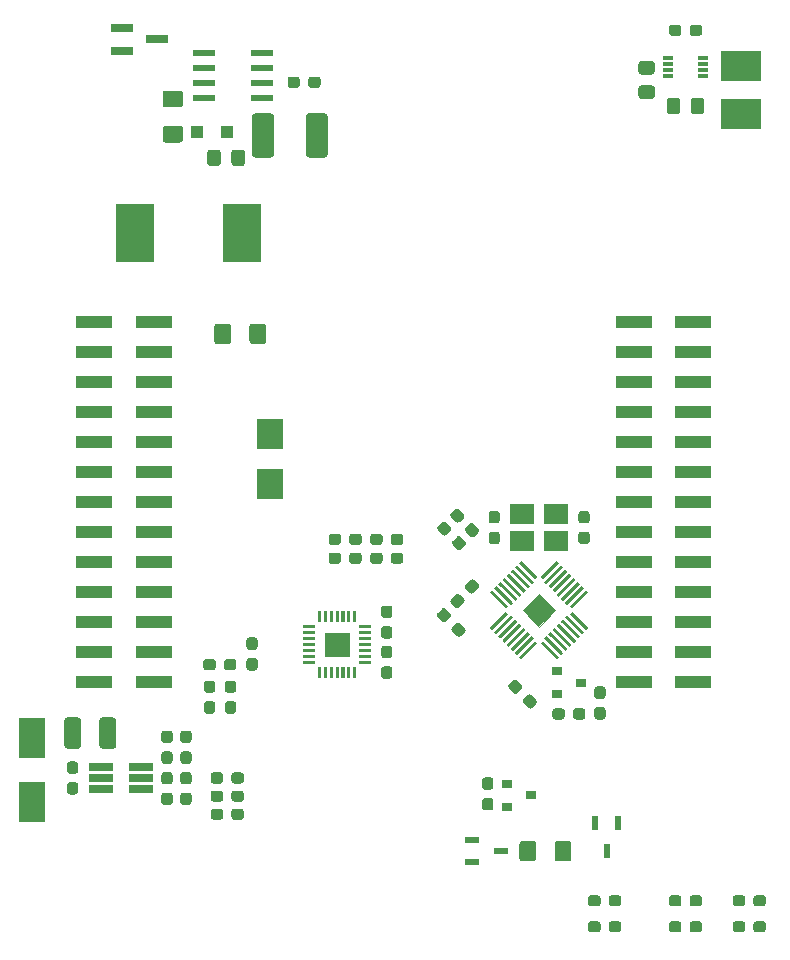
<source format=gbr>
%TF.GenerationSoftware,KiCad,Pcbnew,(5.1.6)-1*%
%TF.CreationDate,2022-10-11T16:22:54+02:00*%
%TF.ProjectId,ZumoComSystem,5a756d6f-436f-46d5-9379-7374656d2e6b,V1.2*%
%TF.SameCoordinates,Original*%
%TF.FileFunction,Paste,Bot*%
%TF.FilePolarity,Positive*%
%FSLAX46Y46*%
G04 Gerber Fmt 4.6, Leading zero omitted, Abs format (unit mm)*
G04 Created by KiCad (PCBNEW (5.1.6)-1) date 2022-10-11 16:22:54*
%MOMM*%
%LPD*%
G01*
G04 APERTURE LIST*
%ADD10C,0.010000*%
%ADD11R,1.981200X0.533400*%
%ADD12R,3.400000X2.500000*%
%ADD13R,3.175000X4.950000*%
%ADD14R,2.300000X2.500000*%
%ADD15R,1.000000X1.000000*%
%ADD16R,1.900000X0.800000*%
%ADD17R,0.812800X0.304800*%
%ADD18R,2.300000X3.500000*%
%ADD19R,0.900000X0.800000*%
%ADD20R,2.000000X0.650000*%
%ADD21R,2.100000X1.800000*%
%ADD22R,3.150000X1.000000*%
%ADD23R,1.310000X0.600000*%
%ADD24R,0.600000X1.310000*%
G04 APERTURE END LIST*
D10*
%TO.C,U5*%
G36*
X141200000Y-115000000D02*
G01*
X141200000Y-117000000D01*
X143200000Y-117000000D01*
X143200000Y-115000000D01*
X141200000Y-115000000D01*
G37*
X141200000Y-115000000D02*
X141200000Y-117000000D01*
X143200000Y-117000000D01*
X143200000Y-115000000D01*
X141200000Y-115000000D01*
%TO.C,U3*%
G36*
X160685929Y-113100000D02*
G01*
X159300000Y-111714071D01*
X157914071Y-113100000D01*
X159300000Y-114485929D01*
X160685929Y-113100000D01*
G37*
X160685929Y-113100000D02*
X159300000Y-111714071D01*
X157914071Y-113100000D01*
X159300000Y-114485929D01*
X160685929Y-113100000D01*
%TD*%
%TO.C,R26*%
G36*
G01*
X177450000Y-137937500D02*
X177450000Y-137462500D01*
G75*
G02*
X177687500Y-137225000I237500J0D01*
G01*
X178262500Y-137225000D01*
G75*
G02*
X178500000Y-137462500I0J-237500D01*
G01*
X178500000Y-137937500D01*
G75*
G02*
X178262500Y-138175000I-237500J0D01*
G01*
X177687500Y-138175000D01*
G75*
G02*
X177450000Y-137937500I0J237500D01*
G01*
G37*
G36*
G01*
X175700000Y-137937500D02*
X175700000Y-137462500D01*
G75*
G02*
X175937500Y-137225000I237500J0D01*
G01*
X176512500Y-137225000D01*
G75*
G02*
X176750000Y-137462500I0J-237500D01*
G01*
X176750000Y-137937500D01*
G75*
G02*
X176512500Y-138175000I-237500J0D01*
G01*
X175937500Y-138175000D01*
G75*
G02*
X175700000Y-137937500I0J237500D01*
G01*
G37*
%TD*%
D11*
%TO.C,U1*%
X135863800Y-69705000D03*
X135863800Y-68435000D03*
X135863800Y-67165000D03*
X135863800Y-65895000D03*
X130936200Y-65895000D03*
X130936200Y-67165000D03*
X130936200Y-68435000D03*
X130936200Y-69705000D03*
%TD*%
%TO.C,R25*%
G36*
G01*
X170300000Y-137937500D02*
X170300000Y-137462500D01*
G75*
G02*
X170537500Y-137225000I237500J0D01*
G01*
X171112500Y-137225000D01*
G75*
G02*
X171350000Y-137462500I0J-237500D01*
G01*
X171350000Y-137937500D01*
G75*
G02*
X171112500Y-138175000I-237500J0D01*
G01*
X170537500Y-138175000D01*
G75*
G02*
X170300000Y-137937500I0J237500D01*
G01*
G37*
G36*
G01*
X172050000Y-137937500D02*
X172050000Y-137462500D01*
G75*
G02*
X172287500Y-137225000I237500J0D01*
G01*
X172862500Y-137225000D01*
G75*
G02*
X173100000Y-137462500I0J-237500D01*
G01*
X173100000Y-137937500D01*
G75*
G02*
X172862500Y-138175000I-237500J0D01*
G01*
X172287500Y-138175000D01*
G75*
G02*
X172050000Y-137937500I0J237500D01*
G01*
G37*
%TD*%
%TO.C,R24*%
G36*
G01*
X163450000Y-137937500D02*
X163450000Y-137462500D01*
G75*
G02*
X163687500Y-137225000I237500J0D01*
G01*
X164262500Y-137225000D01*
G75*
G02*
X164500000Y-137462500I0J-237500D01*
G01*
X164500000Y-137937500D01*
G75*
G02*
X164262500Y-138175000I-237500J0D01*
G01*
X163687500Y-138175000D01*
G75*
G02*
X163450000Y-137937500I0J237500D01*
G01*
G37*
G36*
G01*
X165200000Y-137937500D02*
X165200000Y-137462500D01*
G75*
G02*
X165437500Y-137225000I237500J0D01*
G01*
X166012500Y-137225000D01*
G75*
G02*
X166250000Y-137462500I0J-237500D01*
G01*
X166250000Y-137937500D01*
G75*
G02*
X166012500Y-138175000I-237500J0D01*
G01*
X165437500Y-138175000D01*
G75*
G02*
X165200000Y-137937500I0J237500D01*
G01*
G37*
%TD*%
D12*
%TO.C,L1*%
X176410000Y-71100000D03*
X176410000Y-67000000D03*
%TD*%
D13*
%TO.C,L2*%
X134107500Y-81200000D03*
X125092500Y-81200000D03*
%TD*%
%TO.C,R5*%
G36*
G01*
X150702113Y-113307989D02*
X151037989Y-112972113D01*
G75*
G02*
X151373865Y-112972113I167938J-167938D01*
G01*
X151780451Y-113378699D01*
G75*
G02*
X151780451Y-113714575I-167938J-167938D01*
G01*
X151444575Y-114050451D01*
G75*
G02*
X151108699Y-114050451I-167938J167938D01*
G01*
X150702113Y-113643865D01*
G75*
G02*
X150702113Y-113307989I167938J167938D01*
G01*
G37*
G36*
G01*
X151939549Y-114545425D02*
X152275425Y-114209549D01*
G75*
G02*
X152611301Y-114209549I167938J-167938D01*
G01*
X153017887Y-114616135D01*
G75*
G02*
X153017887Y-114952011I-167938J-167938D01*
G01*
X152682011Y-115287887D01*
G75*
G02*
X152346135Y-115287887I-167938J167938D01*
G01*
X151939549Y-114881301D01*
G75*
G02*
X151939549Y-114545425I167938J167938D01*
G01*
G37*
%TD*%
%TO.C,R3*%
G36*
G01*
X150742113Y-105977989D02*
X151077989Y-105642113D01*
G75*
G02*
X151413865Y-105642113I167938J-167938D01*
G01*
X151820451Y-106048699D01*
G75*
G02*
X151820451Y-106384575I-167938J-167938D01*
G01*
X151484575Y-106720451D01*
G75*
G02*
X151148699Y-106720451I-167938J167938D01*
G01*
X150742113Y-106313865D01*
G75*
G02*
X150742113Y-105977989I167938J167938D01*
G01*
G37*
G36*
G01*
X151979549Y-107215425D02*
X152315425Y-106879549D01*
G75*
G02*
X152651301Y-106879549I167938J-167938D01*
G01*
X153057887Y-107286135D01*
G75*
G02*
X153057887Y-107622011I-167938J-167938D01*
G01*
X152722011Y-107957887D01*
G75*
G02*
X152386135Y-107957887I-167938J167938D01*
G01*
X151979549Y-107551301D01*
G75*
G02*
X151979549Y-107215425I167938J167938D01*
G01*
G37*
%TD*%
%TO.C,R2*%
G36*
G01*
X154157887Y-106522011D02*
X153822011Y-106857887D01*
G75*
G02*
X153486135Y-106857887I-167938J167938D01*
G01*
X153079549Y-106451301D01*
G75*
G02*
X153079549Y-106115425I167938J167938D01*
G01*
X153415425Y-105779549D01*
G75*
G02*
X153751301Y-105779549I167938J-167938D01*
G01*
X154157887Y-106186135D01*
G75*
G02*
X154157887Y-106522011I-167938J-167938D01*
G01*
G37*
G36*
G01*
X152920451Y-105284575D02*
X152584575Y-105620451D01*
G75*
G02*
X152248699Y-105620451I-167938J167938D01*
G01*
X151842113Y-105213865D01*
G75*
G02*
X151842113Y-104877989I167938J167938D01*
G01*
X152177989Y-104542113D01*
G75*
G02*
X152513865Y-104542113I167938J-167938D01*
G01*
X152920451Y-104948699D01*
G75*
G02*
X152920451Y-105284575I-167938J-167938D01*
G01*
G37*
%TD*%
D14*
%TO.C,D7*%
X136500000Y-102450000D03*
X136500000Y-98150000D03*
%TD*%
%TO.C,C3*%
G36*
G01*
X138000000Y-68637500D02*
X138000000Y-68162500D01*
G75*
G02*
X138237500Y-67925000I237500J0D01*
G01*
X138812500Y-67925000D01*
G75*
G02*
X139050000Y-68162500I0J-237500D01*
G01*
X139050000Y-68637500D01*
G75*
G02*
X138812500Y-68875000I-237500J0D01*
G01*
X138237500Y-68875000D01*
G75*
G02*
X138000000Y-68637500I0J237500D01*
G01*
G37*
G36*
G01*
X139750000Y-68637500D02*
X139750000Y-68162500D01*
G75*
G02*
X139987500Y-67925000I237500J0D01*
G01*
X140562500Y-67925000D01*
G75*
G02*
X140800000Y-68162500I0J-237500D01*
G01*
X140800000Y-68637500D01*
G75*
G02*
X140562500Y-68875000I-237500J0D01*
G01*
X139987500Y-68875000D01*
G75*
G02*
X139750000Y-68637500I0J237500D01*
G01*
G37*
%TD*%
D15*
%TO.C,D2*%
X132850000Y-72600000D03*
X130350000Y-72600000D03*
%TD*%
D16*
%TO.C,Q1*%
X123950000Y-65720000D03*
X123950000Y-63820000D03*
X126950000Y-64770000D03*
%TD*%
D17*
%TO.C,U2*%
X170252200Y-67862000D03*
X170252200Y-67354000D03*
X170252200Y-66846000D03*
X170252200Y-66338000D03*
X173147800Y-66338000D03*
X173147800Y-66846000D03*
X173147800Y-67354000D03*
X173147800Y-67862000D03*
%TD*%
%TO.C,R1*%
G36*
G01*
X173100000Y-63762500D02*
X173100000Y-64237500D01*
G75*
G02*
X172862500Y-64475000I-237500J0D01*
G01*
X172287500Y-64475000D01*
G75*
G02*
X172050000Y-64237500I0J237500D01*
G01*
X172050000Y-63762500D01*
G75*
G02*
X172287500Y-63525000I237500J0D01*
G01*
X172862500Y-63525000D01*
G75*
G02*
X173100000Y-63762500I0J-237500D01*
G01*
G37*
G36*
G01*
X171350000Y-63762500D02*
X171350000Y-64237500D01*
G75*
G02*
X171112500Y-64475000I-237500J0D01*
G01*
X170537500Y-64475000D01*
G75*
G02*
X170300000Y-64237500I0J237500D01*
G01*
X170300000Y-63762500D01*
G75*
G02*
X170537500Y-63525000I237500J0D01*
G01*
X171112500Y-63525000D01*
G75*
G02*
X171350000Y-63762500I0J-237500D01*
G01*
G37*
%TD*%
%TO.C,C6*%
G36*
G01*
X171250000Y-69949999D02*
X171250000Y-70850001D01*
G75*
G02*
X171000001Y-71100000I-249999J0D01*
G01*
X170349999Y-71100000D01*
G75*
G02*
X170100000Y-70850001I0J249999D01*
G01*
X170100000Y-69949999D01*
G75*
G02*
X170349999Y-69700000I249999J0D01*
G01*
X171000001Y-69700000D01*
G75*
G02*
X171250000Y-69949999I0J-249999D01*
G01*
G37*
G36*
G01*
X173300000Y-69949999D02*
X173300000Y-70850001D01*
G75*
G02*
X173050001Y-71100000I-249999J0D01*
G01*
X172399999Y-71100000D01*
G75*
G02*
X172150000Y-70850001I0J249999D01*
G01*
X172150000Y-69949999D01*
G75*
G02*
X172399999Y-69700000I249999J0D01*
G01*
X173050001Y-69700000D01*
G75*
G02*
X173300000Y-69949999I0J-249999D01*
G01*
G37*
%TD*%
%TO.C,U5*%
G36*
G01*
X140577800Y-117885000D02*
X140822200Y-117885000D01*
G75*
G02*
X140830000Y-117892800I0J-7800D01*
G01*
X140830000Y-118847200D01*
G75*
G02*
X140822200Y-118855000I-7800J0D01*
G01*
X140577800Y-118855000D01*
G75*
G02*
X140570000Y-118847200I0J7800D01*
G01*
X140570000Y-117892800D01*
G75*
G02*
X140577800Y-117885000I7800J0D01*
G01*
G37*
G36*
G01*
X141077800Y-117885000D02*
X141322200Y-117885000D01*
G75*
G02*
X141330000Y-117892800I0J-7800D01*
G01*
X141330000Y-118847200D01*
G75*
G02*
X141322200Y-118855000I-7800J0D01*
G01*
X141077800Y-118855000D01*
G75*
G02*
X141070000Y-118847200I0J7800D01*
G01*
X141070000Y-117892800D01*
G75*
G02*
X141077800Y-117885000I7800J0D01*
G01*
G37*
G36*
G01*
X141577800Y-117885000D02*
X141822200Y-117885000D01*
G75*
G02*
X141830000Y-117892800I0J-7800D01*
G01*
X141830000Y-118847200D01*
G75*
G02*
X141822200Y-118855000I-7800J0D01*
G01*
X141577800Y-118855000D01*
G75*
G02*
X141570000Y-118847200I0J7800D01*
G01*
X141570000Y-117892800D01*
G75*
G02*
X141577800Y-117885000I7800J0D01*
G01*
G37*
G36*
G01*
X142077800Y-117885000D02*
X142322200Y-117885000D01*
G75*
G02*
X142330000Y-117892800I0J-7800D01*
G01*
X142330000Y-118847200D01*
G75*
G02*
X142322200Y-118855000I-7800J0D01*
G01*
X142077800Y-118855000D01*
G75*
G02*
X142070000Y-118847200I0J7800D01*
G01*
X142070000Y-117892800D01*
G75*
G02*
X142077800Y-117885000I7800J0D01*
G01*
G37*
G36*
G01*
X142577800Y-117885000D02*
X142822200Y-117885000D01*
G75*
G02*
X142830000Y-117892800I0J-7800D01*
G01*
X142830000Y-118847200D01*
G75*
G02*
X142822200Y-118855000I-7800J0D01*
G01*
X142577800Y-118855000D01*
G75*
G02*
X142570000Y-118847200I0J7800D01*
G01*
X142570000Y-117892800D01*
G75*
G02*
X142577800Y-117885000I7800J0D01*
G01*
G37*
G36*
G01*
X143077800Y-117885000D02*
X143322200Y-117885000D01*
G75*
G02*
X143330000Y-117892800I0J-7800D01*
G01*
X143330000Y-118847200D01*
G75*
G02*
X143322200Y-118855000I-7800J0D01*
G01*
X143077800Y-118855000D01*
G75*
G02*
X143070000Y-118847200I0J7800D01*
G01*
X143070000Y-117892800D01*
G75*
G02*
X143077800Y-117885000I7800J0D01*
G01*
G37*
G36*
G01*
X143577800Y-117885000D02*
X143822200Y-117885000D01*
G75*
G02*
X143830000Y-117892800I0J-7800D01*
G01*
X143830000Y-118847200D01*
G75*
G02*
X143822200Y-118855000I-7800J0D01*
G01*
X143577800Y-118855000D01*
G75*
G02*
X143570000Y-118847200I0J7800D01*
G01*
X143570000Y-117892800D01*
G75*
G02*
X143577800Y-117885000I7800J0D01*
G01*
G37*
G36*
G01*
X143577800Y-113145000D02*
X143822200Y-113145000D01*
G75*
G02*
X143830000Y-113152800I0J-7800D01*
G01*
X143830000Y-114107200D01*
G75*
G02*
X143822200Y-114115000I-7800J0D01*
G01*
X143577800Y-114115000D01*
G75*
G02*
X143570000Y-114107200I0J7800D01*
G01*
X143570000Y-113152800D01*
G75*
G02*
X143577800Y-113145000I7800J0D01*
G01*
G37*
G36*
G01*
X143077800Y-113145000D02*
X143322200Y-113145000D01*
G75*
G02*
X143330000Y-113152800I0J-7800D01*
G01*
X143330000Y-114107200D01*
G75*
G02*
X143322200Y-114115000I-7800J0D01*
G01*
X143077800Y-114115000D01*
G75*
G02*
X143070000Y-114107200I0J7800D01*
G01*
X143070000Y-113152800D01*
G75*
G02*
X143077800Y-113145000I7800J0D01*
G01*
G37*
G36*
G01*
X142577800Y-113145000D02*
X142822200Y-113145000D01*
G75*
G02*
X142830000Y-113152800I0J-7800D01*
G01*
X142830000Y-114107200D01*
G75*
G02*
X142822200Y-114115000I-7800J0D01*
G01*
X142577800Y-114115000D01*
G75*
G02*
X142570000Y-114107200I0J7800D01*
G01*
X142570000Y-113152800D01*
G75*
G02*
X142577800Y-113145000I7800J0D01*
G01*
G37*
G36*
G01*
X142077800Y-113145000D02*
X142322200Y-113145000D01*
G75*
G02*
X142330000Y-113152800I0J-7800D01*
G01*
X142330000Y-114107200D01*
G75*
G02*
X142322200Y-114115000I-7800J0D01*
G01*
X142077800Y-114115000D01*
G75*
G02*
X142070000Y-114107200I0J7800D01*
G01*
X142070000Y-113152800D01*
G75*
G02*
X142077800Y-113145000I7800J0D01*
G01*
G37*
G36*
G01*
X141577800Y-113145000D02*
X141822200Y-113145000D01*
G75*
G02*
X141830000Y-113152800I0J-7800D01*
G01*
X141830000Y-114107200D01*
G75*
G02*
X141822200Y-114115000I-7800J0D01*
G01*
X141577800Y-114115000D01*
G75*
G02*
X141570000Y-114107200I0J7800D01*
G01*
X141570000Y-113152800D01*
G75*
G02*
X141577800Y-113145000I7800J0D01*
G01*
G37*
G36*
G01*
X141077800Y-113145000D02*
X141322200Y-113145000D01*
G75*
G02*
X141330000Y-113152800I0J-7800D01*
G01*
X141330000Y-114107200D01*
G75*
G02*
X141322200Y-114115000I-7800J0D01*
G01*
X141077800Y-114115000D01*
G75*
G02*
X141070000Y-114107200I0J7800D01*
G01*
X141070000Y-113152800D01*
G75*
G02*
X141077800Y-113145000I7800J0D01*
G01*
G37*
G36*
G01*
X140577800Y-113145000D02*
X140822200Y-113145000D01*
G75*
G02*
X140830000Y-113152800I0J-7800D01*
G01*
X140830000Y-114107200D01*
G75*
G02*
X140822200Y-114115000I-7800J0D01*
G01*
X140577800Y-114115000D01*
G75*
G02*
X140570000Y-114107200I0J7800D01*
G01*
X140570000Y-113152800D01*
G75*
G02*
X140577800Y-113145000I7800J0D01*
G01*
G37*
G36*
G01*
X140315000Y-114377800D02*
X140315000Y-114622200D01*
G75*
G02*
X140307200Y-114630000I-7800J0D01*
G01*
X139352800Y-114630000D01*
G75*
G02*
X139345000Y-114622200I0J7800D01*
G01*
X139345000Y-114377800D01*
G75*
G02*
X139352800Y-114370000I7800J0D01*
G01*
X140307200Y-114370000D01*
G75*
G02*
X140315000Y-114377800I0J-7800D01*
G01*
G37*
G36*
G01*
X140315000Y-114877800D02*
X140315000Y-115122200D01*
G75*
G02*
X140307200Y-115130000I-7800J0D01*
G01*
X139352800Y-115130000D01*
G75*
G02*
X139345000Y-115122200I0J7800D01*
G01*
X139345000Y-114877800D01*
G75*
G02*
X139352800Y-114870000I7800J0D01*
G01*
X140307200Y-114870000D01*
G75*
G02*
X140315000Y-114877800I0J-7800D01*
G01*
G37*
G36*
G01*
X140315000Y-115377800D02*
X140315000Y-115622200D01*
G75*
G02*
X140307200Y-115630000I-7800J0D01*
G01*
X139352800Y-115630000D01*
G75*
G02*
X139345000Y-115622200I0J7800D01*
G01*
X139345000Y-115377800D01*
G75*
G02*
X139352800Y-115370000I7800J0D01*
G01*
X140307200Y-115370000D01*
G75*
G02*
X140315000Y-115377800I0J-7800D01*
G01*
G37*
G36*
G01*
X140315000Y-115877800D02*
X140315000Y-116122200D01*
G75*
G02*
X140307200Y-116130000I-7800J0D01*
G01*
X139352800Y-116130000D01*
G75*
G02*
X139345000Y-116122200I0J7800D01*
G01*
X139345000Y-115877800D01*
G75*
G02*
X139352800Y-115870000I7800J0D01*
G01*
X140307200Y-115870000D01*
G75*
G02*
X140315000Y-115877800I0J-7800D01*
G01*
G37*
G36*
G01*
X140315000Y-116377800D02*
X140315000Y-116622200D01*
G75*
G02*
X140307200Y-116630000I-7800J0D01*
G01*
X139352800Y-116630000D01*
G75*
G02*
X139345000Y-116622200I0J7800D01*
G01*
X139345000Y-116377800D01*
G75*
G02*
X139352800Y-116370000I7800J0D01*
G01*
X140307200Y-116370000D01*
G75*
G02*
X140315000Y-116377800I0J-7800D01*
G01*
G37*
G36*
G01*
X140315000Y-116877800D02*
X140315000Y-117122200D01*
G75*
G02*
X140307200Y-117130000I-7800J0D01*
G01*
X139352800Y-117130000D01*
G75*
G02*
X139345000Y-117122200I0J7800D01*
G01*
X139345000Y-116877800D01*
G75*
G02*
X139352800Y-116870000I7800J0D01*
G01*
X140307200Y-116870000D01*
G75*
G02*
X140315000Y-116877800I0J-7800D01*
G01*
G37*
G36*
G01*
X140315000Y-117377800D02*
X140315000Y-117622200D01*
G75*
G02*
X140307200Y-117630000I-7800J0D01*
G01*
X139352800Y-117630000D01*
G75*
G02*
X139345000Y-117622200I0J7800D01*
G01*
X139345000Y-117377800D01*
G75*
G02*
X139352800Y-117370000I7800J0D01*
G01*
X140307200Y-117370000D01*
G75*
G02*
X140315000Y-117377800I0J-7800D01*
G01*
G37*
G36*
G01*
X145055000Y-117377800D02*
X145055000Y-117622200D01*
G75*
G02*
X145047200Y-117630000I-7800J0D01*
G01*
X144092800Y-117630000D01*
G75*
G02*
X144085000Y-117622200I0J7800D01*
G01*
X144085000Y-117377800D01*
G75*
G02*
X144092800Y-117370000I7800J0D01*
G01*
X145047200Y-117370000D01*
G75*
G02*
X145055000Y-117377800I0J-7800D01*
G01*
G37*
G36*
G01*
X145055000Y-116877800D02*
X145055000Y-117122200D01*
G75*
G02*
X145047200Y-117130000I-7800J0D01*
G01*
X144092800Y-117130000D01*
G75*
G02*
X144085000Y-117122200I0J7800D01*
G01*
X144085000Y-116877800D01*
G75*
G02*
X144092800Y-116870000I7800J0D01*
G01*
X145047200Y-116870000D01*
G75*
G02*
X145055000Y-116877800I0J-7800D01*
G01*
G37*
G36*
G01*
X145055000Y-116377800D02*
X145055000Y-116622200D01*
G75*
G02*
X145047200Y-116630000I-7800J0D01*
G01*
X144092800Y-116630000D01*
G75*
G02*
X144085000Y-116622200I0J7800D01*
G01*
X144085000Y-116377800D01*
G75*
G02*
X144092800Y-116370000I7800J0D01*
G01*
X145047200Y-116370000D01*
G75*
G02*
X145055000Y-116377800I0J-7800D01*
G01*
G37*
G36*
G01*
X145055000Y-115877800D02*
X145055000Y-116122200D01*
G75*
G02*
X145047200Y-116130000I-7800J0D01*
G01*
X144092800Y-116130000D01*
G75*
G02*
X144085000Y-116122200I0J7800D01*
G01*
X144085000Y-115877800D01*
G75*
G02*
X144092800Y-115870000I7800J0D01*
G01*
X145047200Y-115870000D01*
G75*
G02*
X145055000Y-115877800I0J-7800D01*
G01*
G37*
G36*
G01*
X145055000Y-115377800D02*
X145055000Y-115622200D01*
G75*
G02*
X145047200Y-115630000I-7800J0D01*
G01*
X144092800Y-115630000D01*
G75*
G02*
X144085000Y-115622200I0J7800D01*
G01*
X144085000Y-115377800D01*
G75*
G02*
X144092800Y-115370000I7800J0D01*
G01*
X145047200Y-115370000D01*
G75*
G02*
X145055000Y-115377800I0J-7800D01*
G01*
G37*
G36*
G01*
X145055000Y-114877800D02*
X145055000Y-115122200D01*
G75*
G02*
X145047200Y-115130000I-7800J0D01*
G01*
X144092800Y-115130000D01*
G75*
G02*
X144085000Y-115122200I0J7800D01*
G01*
X144085000Y-114877800D01*
G75*
G02*
X144092800Y-114870000I7800J0D01*
G01*
X145047200Y-114870000D01*
G75*
G02*
X145055000Y-114877800I0J-7800D01*
G01*
G37*
G36*
G01*
X145055000Y-114377800D02*
X145055000Y-114622200D01*
G75*
G02*
X145047200Y-114630000I-7800J0D01*
G01*
X144092800Y-114630000D01*
G75*
G02*
X144085000Y-114622200I0J7800D01*
G01*
X144085000Y-114377800D01*
G75*
G02*
X144092800Y-114370000I7800J0D01*
G01*
X145047200Y-114370000D01*
G75*
G02*
X145055000Y-114377800I0J-7800D01*
G01*
G37*
%TD*%
%TO.C,U3*%
G36*
G01*
X159142244Y-110287907D02*
X158962781Y-110467371D01*
G75*
G02*
X158951325Y-110467371I-5728J5728D01*
G01*
X157619277Y-109135323D01*
G75*
G02*
X157619277Y-109123867I5728J5728D01*
G01*
X157798741Y-108944403D01*
G75*
G02*
X157810197Y-108944403I5728J-5728D01*
G01*
X159142245Y-110276451D01*
G75*
G02*
X159142245Y-110287907I-5728J-5728D01*
G01*
G37*
G36*
G01*
X158859402Y-110712171D02*
X158679938Y-110891635D01*
G75*
G02*
X158668482Y-110891635I-5728J5728D01*
G01*
X157265724Y-109488877D01*
G75*
G02*
X157265724Y-109477421I5728J5728D01*
G01*
X157445188Y-109297957D01*
G75*
G02*
X157456644Y-109297957I5728J-5728D01*
G01*
X158859402Y-110700715D01*
G75*
G02*
X158859402Y-110712171I-5728J-5728D01*
G01*
G37*
G36*
G01*
X158505849Y-111065725D02*
X158326385Y-111245189D01*
G75*
G02*
X158314929Y-111245189I-5728J5728D01*
G01*
X156912171Y-109842431D01*
G75*
G02*
X156912171Y-109830975I5728J5728D01*
G01*
X157091635Y-109651511D01*
G75*
G02*
X157103091Y-109651511I5728J-5728D01*
G01*
X158505849Y-111054269D01*
G75*
G02*
X158505849Y-111065725I-5728J-5728D01*
G01*
G37*
G36*
G01*
X158152295Y-111419278D02*
X157972831Y-111598742D01*
G75*
G02*
X157961375Y-111598742I-5728J5728D01*
G01*
X156558617Y-110195984D01*
G75*
G02*
X156558617Y-110184528I5728J5728D01*
G01*
X156738081Y-110005064D01*
G75*
G02*
X156749537Y-110005064I5728J-5728D01*
G01*
X158152295Y-111407822D01*
G75*
G02*
X158152295Y-111419278I-5728J-5728D01*
G01*
G37*
G36*
G01*
X157798742Y-111772831D02*
X157619278Y-111952295D01*
G75*
G02*
X157607822Y-111952295I-5728J5728D01*
G01*
X156205064Y-110549537D01*
G75*
G02*
X156205064Y-110538081I5728J5728D01*
G01*
X156384528Y-110358617D01*
G75*
G02*
X156395984Y-110358617I5728J-5728D01*
G01*
X157798742Y-111761375D01*
G75*
G02*
X157798742Y-111772831I-5728J-5728D01*
G01*
G37*
G36*
G01*
X157445189Y-112126385D02*
X157265725Y-112305849D01*
G75*
G02*
X157254269Y-112305849I-5728J5728D01*
G01*
X155851511Y-110903091D01*
G75*
G02*
X155851511Y-110891635I5728J5728D01*
G01*
X156030975Y-110712171D01*
G75*
G02*
X156042431Y-110712171I5728J-5728D01*
G01*
X157445189Y-112114929D01*
G75*
G02*
X157445189Y-112126385I-5728J-5728D01*
G01*
G37*
G36*
G01*
X157091635Y-112479938D02*
X156912171Y-112659402D01*
G75*
G02*
X156900715Y-112659402I-5728J5728D01*
G01*
X155497957Y-111256644D01*
G75*
G02*
X155497957Y-111245188I5728J5728D01*
G01*
X155677421Y-111065724D01*
G75*
G02*
X155688877Y-111065724I5728J-5728D01*
G01*
X157091635Y-112468482D01*
G75*
G02*
X157091635Y-112479938I-5728J-5728D01*
G01*
G37*
G36*
G01*
X156667370Y-112762781D02*
X156487907Y-112942245D01*
G75*
G02*
X156476451Y-112942245I-5728J5728D01*
G01*
X155144403Y-111610197D01*
G75*
G02*
X155144403Y-111598741I5728J5728D01*
G01*
X155323867Y-111419277D01*
G75*
G02*
X155335323Y-111419277I5728J-5728D01*
G01*
X156667371Y-112751325D01*
G75*
G02*
X156667371Y-112762781I-5728J-5728D01*
G01*
G37*
G36*
G01*
X160980722Y-117076133D02*
X160801259Y-117255597D01*
G75*
G02*
X160789803Y-117255597I-5728J5728D01*
G01*
X159457755Y-115923549D01*
G75*
G02*
X159457755Y-115912093I5728J5728D01*
G01*
X159637219Y-115732629D01*
G75*
G02*
X159648675Y-115732629I5728J-5728D01*
G01*
X160980723Y-117064677D01*
G75*
G02*
X160980723Y-117076133I-5728J-5728D01*
G01*
G37*
G36*
G01*
X161334276Y-116722579D02*
X161154812Y-116902043D01*
G75*
G02*
X161143356Y-116902043I-5728J5728D01*
G01*
X159740598Y-115499285D01*
G75*
G02*
X159740598Y-115487829I5728J5728D01*
G01*
X159920062Y-115308365D01*
G75*
G02*
X159931518Y-115308365I5728J-5728D01*
G01*
X161334276Y-116711123D01*
G75*
G02*
X161334276Y-116722579I-5728J-5728D01*
G01*
G37*
G36*
G01*
X161687829Y-116369025D02*
X161508365Y-116548489D01*
G75*
G02*
X161496909Y-116548489I-5728J5728D01*
G01*
X160094151Y-115145731D01*
G75*
G02*
X160094151Y-115134275I5728J5728D01*
G01*
X160273615Y-114954811D01*
G75*
G02*
X160285071Y-114954811I5728J-5728D01*
G01*
X161687829Y-116357569D01*
G75*
G02*
X161687829Y-116369025I-5728J-5728D01*
G01*
G37*
G36*
G01*
X162041383Y-116015472D02*
X161861919Y-116194936D01*
G75*
G02*
X161850463Y-116194936I-5728J5728D01*
G01*
X160447705Y-114792178D01*
G75*
G02*
X160447705Y-114780722I5728J5728D01*
G01*
X160627169Y-114601258D01*
G75*
G02*
X160638625Y-114601258I5728J-5728D01*
G01*
X162041383Y-116004016D01*
G75*
G02*
X162041383Y-116015472I-5728J-5728D01*
G01*
G37*
G36*
G01*
X162394936Y-115661919D02*
X162215472Y-115841383D01*
G75*
G02*
X162204016Y-115841383I-5728J5728D01*
G01*
X160801258Y-114438625D01*
G75*
G02*
X160801258Y-114427169I5728J5728D01*
G01*
X160980722Y-114247705D01*
G75*
G02*
X160992178Y-114247705I5728J-5728D01*
G01*
X162394936Y-115650463D01*
G75*
G02*
X162394936Y-115661919I-5728J-5728D01*
G01*
G37*
G36*
G01*
X162748489Y-115308365D02*
X162569025Y-115487829D01*
G75*
G02*
X162557569Y-115487829I-5728J5728D01*
G01*
X161154811Y-114085071D01*
G75*
G02*
X161154811Y-114073615I5728J5728D01*
G01*
X161334275Y-113894151D01*
G75*
G02*
X161345731Y-113894151I5728J-5728D01*
G01*
X162748489Y-115296909D01*
G75*
G02*
X162748489Y-115308365I-5728J-5728D01*
G01*
G37*
G36*
G01*
X163102043Y-114954812D02*
X162922579Y-115134276D01*
G75*
G02*
X162911123Y-115134276I-5728J5728D01*
G01*
X161508365Y-113731518D01*
G75*
G02*
X161508365Y-113720062I5728J5728D01*
G01*
X161687829Y-113540598D01*
G75*
G02*
X161699285Y-113540598I5728J-5728D01*
G01*
X163102043Y-114943356D01*
G75*
G02*
X163102043Y-114954812I-5728J-5728D01*
G01*
G37*
G36*
G01*
X163455596Y-114601259D02*
X163276133Y-114780723D01*
G75*
G02*
X163264677Y-114780723I-5728J5728D01*
G01*
X161932629Y-113448675D01*
G75*
G02*
X161932629Y-113437219I5728J5728D01*
G01*
X162112093Y-113257755D01*
G75*
G02*
X162123549Y-113257755I5728J-5728D01*
G01*
X163455597Y-114589803D01*
G75*
G02*
X163455597Y-114601259I-5728J-5728D01*
G01*
G37*
G36*
G01*
X162112093Y-112942244D02*
X161932629Y-112762781D01*
G75*
G02*
X161932629Y-112751325I5728J5728D01*
G01*
X163264677Y-111419277D01*
G75*
G02*
X163276133Y-111419277I5728J-5728D01*
G01*
X163455597Y-111598741D01*
G75*
G02*
X163455597Y-111610197I-5728J-5728D01*
G01*
X162123549Y-112942245D01*
G75*
G02*
X162112093Y-112942245I-5728J5728D01*
G01*
G37*
G36*
G01*
X161687829Y-112659402D02*
X161508365Y-112479938D01*
G75*
G02*
X161508365Y-112468482I5728J5728D01*
G01*
X162911123Y-111065724D01*
G75*
G02*
X162922579Y-111065724I5728J-5728D01*
G01*
X163102043Y-111245188D01*
G75*
G02*
X163102043Y-111256644I-5728J-5728D01*
G01*
X161699285Y-112659402D01*
G75*
G02*
X161687829Y-112659402I-5728J5728D01*
G01*
G37*
G36*
G01*
X161334275Y-112305849D02*
X161154811Y-112126385D01*
G75*
G02*
X161154811Y-112114929I5728J5728D01*
G01*
X162557569Y-110712171D01*
G75*
G02*
X162569025Y-110712171I5728J-5728D01*
G01*
X162748489Y-110891635D01*
G75*
G02*
X162748489Y-110903091I-5728J-5728D01*
G01*
X161345731Y-112305849D01*
G75*
G02*
X161334275Y-112305849I-5728J5728D01*
G01*
G37*
G36*
G01*
X160980722Y-111952295D02*
X160801258Y-111772831D01*
G75*
G02*
X160801258Y-111761375I5728J5728D01*
G01*
X162204016Y-110358617D01*
G75*
G02*
X162215472Y-110358617I5728J-5728D01*
G01*
X162394936Y-110538081D01*
G75*
G02*
X162394936Y-110549537I-5728J-5728D01*
G01*
X160992178Y-111952295D01*
G75*
G02*
X160980722Y-111952295I-5728J5728D01*
G01*
G37*
G36*
G01*
X160627169Y-111598742D02*
X160447705Y-111419278D01*
G75*
G02*
X160447705Y-111407822I5728J5728D01*
G01*
X161850463Y-110005064D01*
G75*
G02*
X161861919Y-110005064I5728J-5728D01*
G01*
X162041383Y-110184528D01*
G75*
G02*
X162041383Y-110195984I-5728J-5728D01*
G01*
X160638625Y-111598742D01*
G75*
G02*
X160627169Y-111598742I-5728J5728D01*
G01*
G37*
G36*
G01*
X160273615Y-111245189D02*
X160094151Y-111065725D01*
G75*
G02*
X160094151Y-111054269I5728J5728D01*
G01*
X161496909Y-109651511D01*
G75*
G02*
X161508365Y-109651511I5728J-5728D01*
G01*
X161687829Y-109830975D01*
G75*
G02*
X161687829Y-109842431I-5728J-5728D01*
G01*
X160285071Y-111245189D01*
G75*
G02*
X160273615Y-111245189I-5728J5728D01*
G01*
G37*
G36*
G01*
X159920062Y-110891635D02*
X159740598Y-110712171D01*
G75*
G02*
X159740598Y-110700715I5728J5728D01*
G01*
X161143356Y-109297957D01*
G75*
G02*
X161154812Y-109297957I5728J-5728D01*
G01*
X161334276Y-109477421D01*
G75*
G02*
X161334276Y-109488877I-5728J-5728D01*
G01*
X159931518Y-110891635D01*
G75*
G02*
X159920062Y-110891635I-5728J5728D01*
G01*
G37*
G36*
G01*
X159637219Y-110467370D02*
X159457755Y-110287907D01*
G75*
G02*
X159457755Y-110276451I5728J5728D01*
G01*
X160789803Y-108944403D01*
G75*
G02*
X160801259Y-108944403I5728J-5728D01*
G01*
X160980723Y-109123867D01*
G75*
G02*
X160980723Y-109135323I-5728J-5728D01*
G01*
X159648675Y-110467371D01*
G75*
G02*
X159637219Y-110467371I-5728J5728D01*
G01*
G37*
G36*
G01*
X155323867Y-114780722D02*
X155144403Y-114601259D01*
G75*
G02*
X155144403Y-114589803I5728J5728D01*
G01*
X156476451Y-113257755D01*
G75*
G02*
X156487907Y-113257755I5728J-5728D01*
G01*
X156667371Y-113437219D01*
G75*
G02*
X156667371Y-113448675I-5728J-5728D01*
G01*
X155335323Y-114780723D01*
G75*
G02*
X155323867Y-114780723I-5728J5728D01*
G01*
G37*
G36*
G01*
X155677421Y-115134276D02*
X155497957Y-114954812D01*
G75*
G02*
X155497957Y-114943356I5728J5728D01*
G01*
X156900715Y-113540598D01*
G75*
G02*
X156912171Y-113540598I5728J-5728D01*
G01*
X157091635Y-113720062D01*
G75*
G02*
X157091635Y-113731518I-5728J-5728D01*
G01*
X155688877Y-115134276D01*
G75*
G02*
X155677421Y-115134276I-5728J5728D01*
G01*
G37*
G36*
G01*
X156030975Y-115487829D02*
X155851511Y-115308365D01*
G75*
G02*
X155851511Y-115296909I5728J5728D01*
G01*
X157254269Y-113894151D01*
G75*
G02*
X157265725Y-113894151I5728J-5728D01*
G01*
X157445189Y-114073615D01*
G75*
G02*
X157445189Y-114085071I-5728J-5728D01*
G01*
X156042431Y-115487829D01*
G75*
G02*
X156030975Y-115487829I-5728J5728D01*
G01*
G37*
G36*
G01*
X156384528Y-115841383D02*
X156205064Y-115661919D01*
G75*
G02*
X156205064Y-115650463I5728J5728D01*
G01*
X157607822Y-114247705D01*
G75*
G02*
X157619278Y-114247705I5728J-5728D01*
G01*
X157798742Y-114427169D01*
G75*
G02*
X157798742Y-114438625I-5728J-5728D01*
G01*
X156395984Y-115841383D01*
G75*
G02*
X156384528Y-115841383I-5728J5728D01*
G01*
G37*
G36*
G01*
X156738081Y-116194936D02*
X156558617Y-116015472D01*
G75*
G02*
X156558617Y-116004016I5728J5728D01*
G01*
X157961375Y-114601258D01*
G75*
G02*
X157972831Y-114601258I5728J-5728D01*
G01*
X158152295Y-114780722D01*
G75*
G02*
X158152295Y-114792178I-5728J-5728D01*
G01*
X156749537Y-116194936D01*
G75*
G02*
X156738081Y-116194936I-5728J5728D01*
G01*
G37*
G36*
G01*
X157091635Y-116548489D02*
X156912171Y-116369025D01*
G75*
G02*
X156912171Y-116357569I5728J5728D01*
G01*
X158314929Y-114954811D01*
G75*
G02*
X158326385Y-114954811I5728J-5728D01*
G01*
X158505849Y-115134275D01*
G75*
G02*
X158505849Y-115145731I-5728J-5728D01*
G01*
X157103091Y-116548489D01*
G75*
G02*
X157091635Y-116548489I-5728J5728D01*
G01*
G37*
G36*
G01*
X157445188Y-116902043D02*
X157265724Y-116722579D01*
G75*
G02*
X157265724Y-116711123I5728J5728D01*
G01*
X158668482Y-115308365D01*
G75*
G02*
X158679938Y-115308365I5728J-5728D01*
G01*
X158859402Y-115487829D01*
G75*
G02*
X158859402Y-115499285I-5728J-5728D01*
G01*
X157456644Y-116902043D01*
G75*
G02*
X157445188Y-116902043I-5728J5728D01*
G01*
G37*
G36*
G01*
X157798741Y-117255596D02*
X157619277Y-117076133D01*
G75*
G02*
X157619277Y-117064677I5728J5728D01*
G01*
X158951325Y-115732629D01*
G75*
G02*
X158962781Y-115732629I5728J-5728D01*
G01*
X159142245Y-115912093D01*
G75*
G02*
X159142245Y-115923549I-5728J-5728D01*
G01*
X157810197Y-117255597D01*
G75*
G02*
X157798741Y-117255597I-5728J5728D01*
G01*
G37*
%TD*%
%TO.C,C1*%
G36*
G01*
X127675000Y-69100000D02*
X128925000Y-69100000D01*
G75*
G02*
X129175000Y-69350000I0J-250000D01*
G01*
X129175000Y-70275000D01*
G75*
G02*
X128925000Y-70525000I-250000J0D01*
G01*
X127675000Y-70525000D01*
G75*
G02*
X127425000Y-70275000I0J250000D01*
G01*
X127425000Y-69350000D01*
G75*
G02*
X127675000Y-69100000I250000J0D01*
G01*
G37*
G36*
G01*
X127675000Y-72075000D02*
X128925000Y-72075000D01*
G75*
G02*
X129175000Y-72325000I0J-250000D01*
G01*
X129175000Y-73250000D01*
G75*
G02*
X128925000Y-73500000I-250000J0D01*
G01*
X127675000Y-73500000D01*
G75*
G02*
X127425000Y-73250000I0J250000D01*
G01*
X127425000Y-72325000D01*
G75*
G02*
X127675000Y-72075000I250000J0D01*
G01*
G37*
%TD*%
%TO.C,C2*%
G36*
G01*
X167949999Y-68650000D02*
X168850001Y-68650000D01*
G75*
G02*
X169100000Y-68899999I0J-249999D01*
G01*
X169100000Y-69550001D01*
G75*
G02*
X168850001Y-69800000I-249999J0D01*
G01*
X167949999Y-69800000D01*
G75*
G02*
X167700000Y-69550001I0J249999D01*
G01*
X167700000Y-68899999D01*
G75*
G02*
X167949999Y-68650000I249999J0D01*
G01*
G37*
G36*
G01*
X167949999Y-66600000D02*
X168850001Y-66600000D01*
G75*
G02*
X169100000Y-66849999I0J-249999D01*
G01*
X169100000Y-67500001D01*
G75*
G02*
X168850001Y-67750000I-249999J0D01*
G01*
X167949999Y-67750000D01*
G75*
G02*
X167700000Y-67500001I0J249999D01*
G01*
X167700000Y-66849999D01*
G75*
G02*
X167949999Y-66600000I249999J0D01*
G01*
G37*
%TD*%
%TO.C,C4*%
G36*
G01*
X131200000Y-75250001D02*
X131200000Y-74349999D01*
G75*
G02*
X131449999Y-74100000I249999J0D01*
G01*
X132100001Y-74100000D01*
G75*
G02*
X132350000Y-74349999I0J-249999D01*
G01*
X132350000Y-75250001D01*
G75*
G02*
X132100001Y-75500000I-249999J0D01*
G01*
X131449999Y-75500000D01*
G75*
G02*
X131200000Y-75250001I0J249999D01*
G01*
G37*
G36*
G01*
X133250000Y-75250001D02*
X133250000Y-74349999D01*
G75*
G02*
X133499999Y-74100000I249999J0D01*
G01*
X134150001Y-74100000D01*
G75*
G02*
X134400000Y-74349999I0J-249999D01*
G01*
X134400000Y-75250001D01*
G75*
G02*
X134150001Y-75500000I-249999J0D01*
G01*
X133499999Y-75500000D01*
G75*
G02*
X133250000Y-75250001I0J249999D01*
G01*
G37*
%TD*%
%TO.C,C5*%
G36*
G01*
X131800000Y-90325000D02*
X131800000Y-89075000D01*
G75*
G02*
X132050000Y-88825000I250000J0D01*
G01*
X132975000Y-88825000D01*
G75*
G02*
X133225000Y-89075000I0J-250000D01*
G01*
X133225000Y-90325000D01*
G75*
G02*
X132975000Y-90575000I-250000J0D01*
G01*
X132050000Y-90575000D01*
G75*
G02*
X131800000Y-90325000I0J250000D01*
G01*
G37*
G36*
G01*
X134775000Y-90325000D02*
X134775000Y-89075000D01*
G75*
G02*
X135025000Y-88825000I250000J0D01*
G01*
X135950000Y-88825000D01*
G75*
G02*
X136200000Y-89075000I0J-250000D01*
G01*
X136200000Y-90325000D01*
G75*
G02*
X135950000Y-90575000I-250000J0D01*
G01*
X135025000Y-90575000D01*
G75*
G02*
X134775000Y-90325000I0J250000D01*
G01*
G37*
%TD*%
%TO.C,C9*%
G36*
G01*
X128037500Y-126100000D02*
X127562500Y-126100000D01*
G75*
G02*
X127325000Y-125862500I0J237500D01*
G01*
X127325000Y-125287500D01*
G75*
G02*
X127562500Y-125050000I237500J0D01*
G01*
X128037500Y-125050000D01*
G75*
G02*
X128275000Y-125287500I0J-237500D01*
G01*
X128275000Y-125862500D01*
G75*
G02*
X128037500Y-126100000I-237500J0D01*
G01*
G37*
G36*
G01*
X128037500Y-124350000D02*
X127562500Y-124350000D01*
G75*
G02*
X127325000Y-124112500I0J237500D01*
G01*
X127325000Y-123537500D01*
G75*
G02*
X127562500Y-123300000I237500J0D01*
G01*
X128037500Y-123300000D01*
G75*
G02*
X128275000Y-123537500I0J-237500D01*
G01*
X128275000Y-124112500D01*
G75*
G02*
X128037500Y-124350000I-237500J0D01*
G01*
G37*
%TD*%
%TO.C,C10*%
G36*
G01*
X127562500Y-126800000D02*
X128037500Y-126800000D01*
G75*
G02*
X128275000Y-127037500I0J-237500D01*
G01*
X128275000Y-127612500D01*
G75*
G02*
X128037500Y-127850000I-237500J0D01*
G01*
X127562500Y-127850000D01*
G75*
G02*
X127325000Y-127612500I0J237500D01*
G01*
X127325000Y-127037500D01*
G75*
G02*
X127562500Y-126800000I237500J0D01*
G01*
G37*
G36*
G01*
X127562500Y-128550000D02*
X128037500Y-128550000D01*
G75*
G02*
X128275000Y-128787500I0J-237500D01*
G01*
X128275000Y-129362500D01*
G75*
G02*
X128037500Y-129600000I-237500J0D01*
G01*
X127562500Y-129600000D01*
G75*
G02*
X127325000Y-129362500I0J237500D01*
G01*
X127325000Y-128787500D01*
G75*
G02*
X127562500Y-128550000I237500J0D01*
G01*
G37*
%TD*%
%TO.C,D1*%
G36*
G01*
X135000000Y-74525001D02*
X135000000Y-71274999D01*
G75*
G02*
X135249999Y-71025000I249999J0D01*
G01*
X136600001Y-71025000D01*
G75*
G02*
X136850000Y-71274999I0J-249999D01*
G01*
X136850000Y-74525001D01*
G75*
G02*
X136600001Y-74775000I-249999J0D01*
G01*
X135249999Y-74775000D01*
G75*
G02*
X135000000Y-74525001I0J249999D01*
G01*
G37*
G36*
G01*
X139550000Y-74525001D02*
X139550000Y-71274999D01*
G75*
G02*
X139799999Y-71025000I249999J0D01*
G01*
X141150001Y-71025000D01*
G75*
G02*
X141400000Y-71274999I0J-249999D01*
G01*
X141400000Y-74525001D01*
G75*
G02*
X141150001Y-74775000I-249999J0D01*
G01*
X139799999Y-74775000D01*
G75*
G02*
X139550000Y-74525001I0J249999D01*
G01*
G37*
%TD*%
D18*
%TO.C,D3*%
X116400000Y-123900000D03*
X116400000Y-129300000D03*
%TD*%
%TO.C,F1*%
G36*
G01*
X119100000Y-124575626D02*
X119100000Y-122424374D01*
G75*
G02*
X119349374Y-122175000I249374J0D01*
G01*
X120275626Y-122175000D01*
G75*
G02*
X120525000Y-122424374I0J-249374D01*
G01*
X120525000Y-124575626D01*
G75*
G02*
X120275626Y-124825000I-249374J0D01*
G01*
X119349374Y-124825000D01*
G75*
G02*
X119100000Y-124575626I0J249374D01*
G01*
G37*
G36*
G01*
X122075000Y-124575626D02*
X122075000Y-122424374D01*
G75*
G02*
X122324374Y-122175000I249374J0D01*
G01*
X123250626Y-122175000D01*
G75*
G02*
X123500000Y-122424374I0J-249374D01*
G01*
X123500000Y-124575626D01*
G75*
G02*
X123250626Y-124825000I-249374J0D01*
G01*
X122324374Y-124825000D01*
G75*
G02*
X122075000Y-124575626I0J249374D01*
G01*
G37*
%TD*%
D19*
%TO.C,Q7*%
X160825000Y-120175000D03*
X160825000Y-118275000D03*
X162825000Y-119225000D03*
%TD*%
%TO.C,R7*%
G36*
G01*
X129637500Y-126100000D02*
X129162500Y-126100000D01*
G75*
G02*
X128925000Y-125862500I0J237500D01*
G01*
X128925000Y-125287500D01*
G75*
G02*
X129162500Y-125050000I237500J0D01*
G01*
X129637500Y-125050000D01*
G75*
G02*
X129875000Y-125287500I0J-237500D01*
G01*
X129875000Y-125862500D01*
G75*
G02*
X129637500Y-126100000I-237500J0D01*
G01*
G37*
G36*
G01*
X129637500Y-124350000D02*
X129162500Y-124350000D01*
G75*
G02*
X128925000Y-124112500I0J237500D01*
G01*
X128925000Y-123537500D01*
G75*
G02*
X129162500Y-123300000I237500J0D01*
G01*
X129637500Y-123300000D01*
G75*
G02*
X129875000Y-123537500I0J-237500D01*
G01*
X129875000Y-124112500D01*
G75*
G02*
X129637500Y-124350000I-237500J0D01*
G01*
G37*
%TD*%
%TO.C,R8*%
G36*
G01*
X129637500Y-129600000D02*
X129162500Y-129600000D01*
G75*
G02*
X128925000Y-129362500I0J237500D01*
G01*
X128925000Y-128787500D01*
G75*
G02*
X129162500Y-128550000I237500J0D01*
G01*
X129637500Y-128550000D01*
G75*
G02*
X129875000Y-128787500I0J-237500D01*
G01*
X129875000Y-129362500D01*
G75*
G02*
X129637500Y-129600000I-237500J0D01*
G01*
G37*
G36*
G01*
X129637500Y-127850000D02*
X129162500Y-127850000D01*
G75*
G02*
X128925000Y-127612500I0J237500D01*
G01*
X128925000Y-127037500D01*
G75*
G02*
X129162500Y-126800000I237500J0D01*
G01*
X129637500Y-126800000D01*
G75*
G02*
X129875000Y-127037500I0J-237500D01*
G01*
X129875000Y-127612500D01*
G75*
G02*
X129637500Y-127850000I-237500J0D01*
G01*
G37*
%TD*%
%TO.C,R10*%
G36*
G01*
X119562500Y-125900000D02*
X120037500Y-125900000D01*
G75*
G02*
X120275000Y-126137500I0J-237500D01*
G01*
X120275000Y-126712500D01*
G75*
G02*
X120037500Y-126950000I-237500J0D01*
G01*
X119562500Y-126950000D01*
G75*
G02*
X119325000Y-126712500I0J237500D01*
G01*
X119325000Y-126137500D01*
G75*
G02*
X119562500Y-125900000I237500J0D01*
G01*
G37*
G36*
G01*
X119562500Y-127650000D02*
X120037500Y-127650000D01*
G75*
G02*
X120275000Y-127887500I0J-237500D01*
G01*
X120275000Y-128462500D01*
G75*
G02*
X120037500Y-128700000I-237500J0D01*
G01*
X119562500Y-128700000D01*
G75*
G02*
X119325000Y-128462500I0J237500D01*
G01*
X119325000Y-127887500D01*
G75*
G02*
X119562500Y-127650000I237500J0D01*
G01*
G37*
%TD*%
%TO.C,R16*%
G36*
G01*
X130875000Y-117937500D02*
X130875000Y-117462500D01*
G75*
G02*
X131112500Y-117225000I237500J0D01*
G01*
X131687500Y-117225000D01*
G75*
G02*
X131925000Y-117462500I0J-237500D01*
G01*
X131925000Y-117937500D01*
G75*
G02*
X131687500Y-118175000I-237500J0D01*
G01*
X131112500Y-118175000D01*
G75*
G02*
X130875000Y-117937500I0J237500D01*
G01*
G37*
G36*
G01*
X132625000Y-117937500D02*
X132625000Y-117462500D01*
G75*
G02*
X132862500Y-117225000I237500J0D01*
G01*
X133437500Y-117225000D01*
G75*
G02*
X133675000Y-117462500I0J-237500D01*
G01*
X133675000Y-117937500D01*
G75*
G02*
X133437500Y-118175000I-237500J0D01*
G01*
X132862500Y-118175000D01*
G75*
G02*
X132625000Y-117937500I0J237500D01*
G01*
G37*
%TD*%
%TO.C,R18*%
G36*
G01*
X131637500Y-121850000D02*
X131162500Y-121850000D01*
G75*
G02*
X130925000Y-121612500I0J237500D01*
G01*
X130925000Y-121037500D01*
G75*
G02*
X131162500Y-120800000I237500J0D01*
G01*
X131637500Y-120800000D01*
G75*
G02*
X131875000Y-121037500I0J-237500D01*
G01*
X131875000Y-121612500D01*
G75*
G02*
X131637500Y-121850000I-237500J0D01*
G01*
G37*
G36*
G01*
X131637500Y-120100000D02*
X131162500Y-120100000D01*
G75*
G02*
X130925000Y-119862500I0J237500D01*
G01*
X130925000Y-119287500D01*
G75*
G02*
X131162500Y-119050000I237500J0D01*
G01*
X131637500Y-119050000D01*
G75*
G02*
X131875000Y-119287500I0J-237500D01*
G01*
X131875000Y-119862500D01*
G75*
G02*
X131637500Y-120100000I-237500J0D01*
G01*
G37*
%TD*%
%TO.C,R19*%
G36*
G01*
X132937500Y-119050000D02*
X133412500Y-119050000D01*
G75*
G02*
X133650000Y-119287500I0J-237500D01*
G01*
X133650000Y-119862500D01*
G75*
G02*
X133412500Y-120100000I-237500J0D01*
G01*
X132937500Y-120100000D01*
G75*
G02*
X132700000Y-119862500I0J237500D01*
G01*
X132700000Y-119287500D01*
G75*
G02*
X132937500Y-119050000I237500J0D01*
G01*
G37*
G36*
G01*
X132937500Y-120800000D02*
X133412500Y-120800000D01*
G75*
G02*
X133650000Y-121037500I0J-237500D01*
G01*
X133650000Y-121612500D01*
G75*
G02*
X133412500Y-121850000I-237500J0D01*
G01*
X132937500Y-121850000D01*
G75*
G02*
X132700000Y-121612500I0J237500D01*
G01*
X132700000Y-121037500D01*
G75*
G02*
X132937500Y-120800000I237500J0D01*
G01*
G37*
%TD*%
%TO.C,R20*%
G36*
G01*
X166250000Y-139662500D02*
X166250000Y-140137500D01*
G75*
G02*
X166012500Y-140375000I-237500J0D01*
G01*
X165437500Y-140375000D01*
G75*
G02*
X165200000Y-140137500I0J237500D01*
G01*
X165200000Y-139662500D01*
G75*
G02*
X165437500Y-139425000I237500J0D01*
G01*
X166012500Y-139425000D01*
G75*
G02*
X166250000Y-139662500I0J-237500D01*
G01*
G37*
G36*
G01*
X164500000Y-139662500D02*
X164500000Y-140137500D01*
G75*
G02*
X164262500Y-140375000I-237500J0D01*
G01*
X163687500Y-140375000D01*
G75*
G02*
X163450000Y-140137500I0J237500D01*
G01*
X163450000Y-139662500D01*
G75*
G02*
X163687500Y-139425000I237500J0D01*
G01*
X164262500Y-139425000D01*
G75*
G02*
X164500000Y-139662500I0J-237500D01*
G01*
G37*
%TD*%
%TO.C,R21*%
G36*
G01*
X131500000Y-127537500D02*
X131500000Y-127062500D01*
G75*
G02*
X131737500Y-126825000I237500J0D01*
G01*
X132312500Y-126825000D01*
G75*
G02*
X132550000Y-127062500I0J-237500D01*
G01*
X132550000Y-127537500D01*
G75*
G02*
X132312500Y-127775000I-237500J0D01*
G01*
X131737500Y-127775000D01*
G75*
G02*
X131500000Y-127537500I0J237500D01*
G01*
G37*
G36*
G01*
X133250000Y-127537500D02*
X133250000Y-127062500D01*
G75*
G02*
X133487500Y-126825000I237500J0D01*
G01*
X134062500Y-126825000D01*
G75*
G02*
X134300000Y-127062500I0J-237500D01*
G01*
X134300000Y-127537500D01*
G75*
G02*
X134062500Y-127775000I-237500J0D01*
G01*
X133487500Y-127775000D01*
G75*
G02*
X133250000Y-127537500I0J237500D01*
G01*
G37*
%TD*%
%TO.C,R22*%
G36*
G01*
X131500000Y-130612500D02*
X131500000Y-130137500D01*
G75*
G02*
X131737500Y-129900000I237500J0D01*
G01*
X132312500Y-129900000D01*
G75*
G02*
X132550000Y-130137500I0J-237500D01*
G01*
X132550000Y-130612500D01*
G75*
G02*
X132312500Y-130850000I-237500J0D01*
G01*
X131737500Y-130850000D01*
G75*
G02*
X131500000Y-130612500I0J237500D01*
G01*
G37*
G36*
G01*
X133250000Y-130612500D02*
X133250000Y-130137500D01*
G75*
G02*
X133487500Y-129900000I237500J0D01*
G01*
X134062500Y-129900000D01*
G75*
G02*
X134300000Y-130137500I0J-237500D01*
G01*
X134300000Y-130612500D01*
G75*
G02*
X134062500Y-130850000I-237500J0D01*
G01*
X133487500Y-130850000D01*
G75*
G02*
X133250000Y-130612500I0J237500D01*
G01*
G37*
%TD*%
%TO.C,R23*%
G36*
G01*
X131500000Y-129075000D02*
X131500000Y-128600000D01*
G75*
G02*
X131737500Y-128362500I237500J0D01*
G01*
X132312500Y-128362500D01*
G75*
G02*
X132550000Y-128600000I0J-237500D01*
G01*
X132550000Y-129075000D01*
G75*
G02*
X132312500Y-129312500I-237500J0D01*
G01*
X131737500Y-129312500D01*
G75*
G02*
X131500000Y-129075000I0J237500D01*
G01*
G37*
G36*
G01*
X133250000Y-129075000D02*
X133250000Y-128600000D01*
G75*
G02*
X133487500Y-128362500I237500J0D01*
G01*
X134062500Y-128362500D01*
G75*
G02*
X134300000Y-128600000I0J-237500D01*
G01*
X134300000Y-129075000D01*
G75*
G02*
X134062500Y-129312500I-237500J0D01*
G01*
X133487500Y-129312500D01*
G75*
G02*
X133250000Y-129075000I0J237500D01*
G01*
G37*
%TD*%
%TO.C,R27*%
G36*
G01*
X173100000Y-139662500D02*
X173100000Y-140137500D01*
G75*
G02*
X172862500Y-140375000I-237500J0D01*
G01*
X172287500Y-140375000D01*
G75*
G02*
X172050000Y-140137500I0J237500D01*
G01*
X172050000Y-139662500D01*
G75*
G02*
X172287500Y-139425000I237500J0D01*
G01*
X172862500Y-139425000D01*
G75*
G02*
X173100000Y-139662500I0J-237500D01*
G01*
G37*
G36*
G01*
X171350000Y-139662500D02*
X171350000Y-140137500D01*
G75*
G02*
X171112500Y-140375000I-237500J0D01*
G01*
X170537500Y-140375000D01*
G75*
G02*
X170300000Y-140137500I0J237500D01*
G01*
X170300000Y-139662500D01*
G75*
G02*
X170537500Y-139425000I237500J0D01*
G01*
X171112500Y-139425000D01*
G75*
G02*
X171350000Y-139662500I0J-237500D01*
G01*
G37*
%TD*%
%TO.C,R30*%
G36*
G01*
X175700000Y-140137500D02*
X175700000Y-139662500D01*
G75*
G02*
X175937500Y-139425000I237500J0D01*
G01*
X176512500Y-139425000D01*
G75*
G02*
X176750000Y-139662500I0J-237500D01*
G01*
X176750000Y-140137500D01*
G75*
G02*
X176512500Y-140375000I-237500J0D01*
G01*
X175937500Y-140375000D01*
G75*
G02*
X175700000Y-140137500I0J237500D01*
G01*
G37*
G36*
G01*
X177450000Y-140137500D02*
X177450000Y-139662500D01*
G75*
G02*
X177687500Y-139425000I237500J0D01*
G01*
X178262500Y-139425000D01*
G75*
G02*
X178500000Y-139662500I0J-237500D01*
G01*
X178500000Y-140137500D01*
G75*
G02*
X178262500Y-140375000I-237500J0D01*
G01*
X177687500Y-140375000D01*
G75*
G02*
X177450000Y-140137500I0J237500D01*
G01*
G37*
%TD*%
%TO.C,R31*%
G36*
G01*
X163225000Y-121637500D02*
X163225000Y-122112500D01*
G75*
G02*
X162987500Y-122350000I-237500J0D01*
G01*
X162412500Y-122350000D01*
G75*
G02*
X162175000Y-122112500I0J237500D01*
G01*
X162175000Y-121637500D01*
G75*
G02*
X162412500Y-121400000I237500J0D01*
G01*
X162987500Y-121400000D01*
G75*
G02*
X163225000Y-121637500I0J-237500D01*
G01*
G37*
G36*
G01*
X161475000Y-121637500D02*
X161475000Y-122112500D01*
G75*
G02*
X161237500Y-122350000I-237500J0D01*
G01*
X160662500Y-122350000D01*
G75*
G02*
X160425000Y-122112500I0J237500D01*
G01*
X160425000Y-121637500D01*
G75*
G02*
X160662500Y-121400000I237500J0D01*
G01*
X161237500Y-121400000D01*
G75*
G02*
X161475000Y-121637500I0J-237500D01*
G01*
G37*
%TD*%
%TO.C,R32*%
G36*
G01*
X164687500Y-122350000D02*
X164212500Y-122350000D01*
G75*
G02*
X163975000Y-122112500I0J237500D01*
G01*
X163975000Y-121537500D01*
G75*
G02*
X164212500Y-121300000I237500J0D01*
G01*
X164687500Y-121300000D01*
G75*
G02*
X164925000Y-121537500I0J-237500D01*
G01*
X164925000Y-122112500D01*
G75*
G02*
X164687500Y-122350000I-237500J0D01*
G01*
G37*
G36*
G01*
X164687500Y-120600000D02*
X164212500Y-120600000D01*
G75*
G02*
X163975000Y-120362500I0J237500D01*
G01*
X163975000Y-119787500D01*
G75*
G02*
X164212500Y-119550000I237500J0D01*
G01*
X164687500Y-119550000D01*
G75*
G02*
X164925000Y-119787500I0J-237500D01*
G01*
X164925000Y-120362500D01*
G75*
G02*
X164687500Y-120600000I-237500J0D01*
G01*
G37*
%TD*%
D20*
%TO.C,U4*%
X122190000Y-128250000D03*
X122190000Y-127300000D03*
X122190000Y-126350000D03*
X125610000Y-126350000D03*
X125610000Y-127300000D03*
X125610000Y-128250000D03*
%TD*%
%TO.C,C11*%
G36*
G01*
X145000000Y-107337500D02*
X145000000Y-106862500D01*
G75*
G02*
X145237500Y-106625000I237500J0D01*
G01*
X145812500Y-106625000D01*
G75*
G02*
X146050000Y-106862500I0J-237500D01*
G01*
X146050000Y-107337500D01*
G75*
G02*
X145812500Y-107575000I-237500J0D01*
G01*
X145237500Y-107575000D01*
G75*
G02*
X145000000Y-107337500I0J237500D01*
G01*
G37*
G36*
G01*
X146750000Y-107337500D02*
X146750000Y-106862500D01*
G75*
G02*
X146987500Y-106625000I237500J0D01*
G01*
X147562500Y-106625000D01*
G75*
G02*
X147800000Y-106862500I0J-237500D01*
G01*
X147800000Y-107337500D01*
G75*
G02*
X147562500Y-107575000I-237500J0D01*
G01*
X146987500Y-107575000D01*
G75*
G02*
X146750000Y-107337500I0J237500D01*
G01*
G37*
%TD*%
%TO.C,C12*%
G36*
G01*
X145000000Y-108937500D02*
X145000000Y-108462500D01*
G75*
G02*
X145237500Y-108225000I237500J0D01*
G01*
X145812500Y-108225000D01*
G75*
G02*
X146050000Y-108462500I0J-237500D01*
G01*
X146050000Y-108937500D01*
G75*
G02*
X145812500Y-109175000I-237500J0D01*
G01*
X145237500Y-109175000D01*
G75*
G02*
X145000000Y-108937500I0J237500D01*
G01*
G37*
G36*
G01*
X146750000Y-108937500D02*
X146750000Y-108462500D01*
G75*
G02*
X146987500Y-108225000I237500J0D01*
G01*
X147562500Y-108225000D01*
G75*
G02*
X147800000Y-108462500I0J-237500D01*
G01*
X147800000Y-108937500D01*
G75*
G02*
X147562500Y-109175000I-237500J0D01*
G01*
X146987500Y-109175000D01*
G75*
G02*
X146750000Y-108937500I0J237500D01*
G01*
G37*
%TD*%
%TO.C,C13*%
G36*
G01*
X141475000Y-108937500D02*
X141475000Y-108462500D01*
G75*
G02*
X141712500Y-108225000I237500J0D01*
G01*
X142287500Y-108225000D01*
G75*
G02*
X142525000Y-108462500I0J-237500D01*
G01*
X142525000Y-108937500D01*
G75*
G02*
X142287500Y-109175000I-237500J0D01*
G01*
X141712500Y-109175000D01*
G75*
G02*
X141475000Y-108937500I0J237500D01*
G01*
G37*
G36*
G01*
X143225000Y-108937500D02*
X143225000Y-108462500D01*
G75*
G02*
X143462500Y-108225000I237500J0D01*
G01*
X144037500Y-108225000D01*
G75*
G02*
X144275000Y-108462500I0J-237500D01*
G01*
X144275000Y-108937500D01*
G75*
G02*
X144037500Y-109175000I-237500J0D01*
G01*
X143462500Y-109175000D01*
G75*
G02*
X143225000Y-108937500I0J237500D01*
G01*
G37*
%TD*%
%TO.C,C14*%
G36*
G01*
X141475000Y-107337500D02*
X141475000Y-106862500D01*
G75*
G02*
X141712500Y-106625000I237500J0D01*
G01*
X142287500Y-106625000D01*
G75*
G02*
X142525000Y-106862500I0J-237500D01*
G01*
X142525000Y-107337500D01*
G75*
G02*
X142287500Y-107575000I-237500J0D01*
G01*
X141712500Y-107575000D01*
G75*
G02*
X141475000Y-107337500I0J237500D01*
G01*
G37*
G36*
G01*
X143225000Y-107337500D02*
X143225000Y-106862500D01*
G75*
G02*
X143462500Y-106625000I237500J0D01*
G01*
X144037500Y-106625000D01*
G75*
G02*
X144275000Y-106862500I0J-237500D01*
G01*
X144275000Y-107337500D01*
G75*
G02*
X144037500Y-107575000I-237500J0D01*
G01*
X143462500Y-107575000D01*
G75*
G02*
X143225000Y-107337500I0J237500D01*
G01*
G37*
%TD*%
%TO.C,R13*%
G36*
G01*
X146637500Y-115500000D02*
X146162500Y-115500000D01*
G75*
G02*
X145925000Y-115262500I0J237500D01*
G01*
X145925000Y-114687500D01*
G75*
G02*
X146162500Y-114450000I237500J0D01*
G01*
X146637500Y-114450000D01*
G75*
G02*
X146875000Y-114687500I0J-237500D01*
G01*
X146875000Y-115262500D01*
G75*
G02*
X146637500Y-115500000I-237500J0D01*
G01*
G37*
G36*
G01*
X146637500Y-113750000D02*
X146162500Y-113750000D01*
G75*
G02*
X145925000Y-113512500I0J237500D01*
G01*
X145925000Y-112937500D01*
G75*
G02*
X146162500Y-112700000I237500J0D01*
G01*
X146637500Y-112700000D01*
G75*
G02*
X146875000Y-112937500I0J-237500D01*
G01*
X146875000Y-113512500D01*
G75*
G02*
X146637500Y-113750000I-237500J0D01*
G01*
G37*
%TD*%
%TO.C,R14*%
G36*
G01*
X146162500Y-116100000D02*
X146637500Y-116100000D01*
G75*
G02*
X146875000Y-116337500I0J-237500D01*
G01*
X146875000Y-116912500D01*
G75*
G02*
X146637500Y-117150000I-237500J0D01*
G01*
X146162500Y-117150000D01*
G75*
G02*
X145925000Y-116912500I0J237500D01*
G01*
X145925000Y-116337500D01*
G75*
G02*
X146162500Y-116100000I237500J0D01*
G01*
G37*
G36*
G01*
X146162500Y-117850000D02*
X146637500Y-117850000D01*
G75*
G02*
X146875000Y-118087500I0J-237500D01*
G01*
X146875000Y-118662500D01*
G75*
G02*
X146637500Y-118900000I-237500J0D01*
G01*
X146162500Y-118900000D01*
G75*
G02*
X145925000Y-118662500I0J237500D01*
G01*
X145925000Y-118087500D01*
G75*
G02*
X146162500Y-117850000I237500J0D01*
G01*
G37*
%TD*%
D21*
%TO.C,Y1*%
X160750000Y-104950000D03*
X157850000Y-104950000D03*
X157850000Y-107250000D03*
X160750000Y-107250000D03*
%TD*%
D22*
%TO.C,J4*%
X126700000Y-91250000D03*
X126700000Y-96330000D03*
X126700000Y-98870000D03*
X126700000Y-93790000D03*
X121650000Y-91250000D03*
X126700000Y-101410000D03*
X126700000Y-88710000D03*
X126700000Y-106490000D03*
X121650000Y-111570000D03*
X126700000Y-111570000D03*
X121650000Y-106490000D03*
X121650000Y-109030000D03*
X121650000Y-116650000D03*
X126700000Y-116650000D03*
X121650000Y-119190000D03*
X126700000Y-119190000D03*
X126700000Y-109030000D03*
X121650000Y-96330000D03*
X121650000Y-103950000D03*
X121650000Y-88710000D03*
X121650000Y-101410000D03*
X121650000Y-93790000D03*
X121650000Y-114110000D03*
X126700000Y-114110000D03*
X126700000Y-103950000D03*
X121650000Y-98870000D03*
%TD*%
%TO.C,J6*%
X172350000Y-91260000D03*
X172350000Y-96340000D03*
X172350000Y-98880000D03*
X172350000Y-93800000D03*
X167300000Y-91260000D03*
X172350000Y-101420000D03*
X172350000Y-88720000D03*
X172350000Y-106500000D03*
X167300000Y-111580000D03*
X172350000Y-111580000D03*
X167300000Y-106500000D03*
X167300000Y-109040000D03*
X167300000Y-116660000D03*
X172350000Y-116660000D03*
X167300000Y-119200000D03*
X172350000Y-119200000D03*
X172350000Y-109040000D03*
X167300000Y-96340000D03*
X167300000Y-103960000D03*
X167300000Y-88720000D03*
X167300000Y-101420000D03*
X167300000Y-93800000D03*
X167300000Y-114120000D03*
X172350000Y-114120000D03*
X172350000Y-103960000D03*
X167300000Y-98880000D03*
%TD*%
%TO.C,C7*%
G36*
G01*
X163337500Y-105750000D02*
X162862500Y-105750000D01*
G75*
G02*
X162625000Y-105512500I0J237500D01*
G01*
X162625000Y-104937500D01*
G75*
G02*
X162862500Y-104700000I237500J0D01*
G01*
X163337500Y-104700000D01*
G75*
G02*
X163575000Y-104937500I0J-237500D01*
G01*
X163575000Y-105512500D01*
G75*
G02*
X163337500Y-105750000I-237500J0D01*
G01*
G37*
G36*
G01*
X163337500Y-107500000D02*
X162862500Y-107500000D01*
G75*
G02*
X162625000Y-107262500I0J237500D01*
G01*
X162625000Y-106687500D01*
G75*
G02*
X162862500Y-106450000I237500J0D01*
G01*
X163337500Y-106450000D01*
G75*
G02*
X163575000Y-106687500I0J-237500D01*
G01*
X163575000Y-107262500D01*
G75*
G02*
X163337500Y-107500000I-237500J0D01*
G01*
G37*
%TD*%
%TO.C,R9*%
G36*
G01*
X157635000Y-134115000D02*
X157635000Y-132865000D01*
G75*
G02*
X157885000Y-132615000I250000J0D01*
G01*
X158810000Y-132615000D01*
G75*
G02*
X159060000Y-132865000I0J-250000D01*
G01*
X159060000Y-134115000D01*
G75*
G02*
X158810000Y-134365000I-250000J0D01*
G01*
X157885000Y-134365000D01*
G75*
G02*
X157635000Y-134115000I0J250000D01*
G01*
G37*
G36*
G01*
X160610000Y-134115000D02*
X160610000Y-132865000D01*
G75*
G02*
X160860000Y-132615000I250000J0D01*
G01*
X161785000Y-132615000D01*
G75*
G02*
X162035000Y-132865000I0J-250000D01*
G01*
X162035000Y-134115000D01*
G75*
G02*
X161785000Y-134365000I-250000J0D01*
G01*
X160860000Y-134365000D01*
G75*
G02*
X160610000Y-134115000I0J250000D01*
G01*
G37*
%TD*%
D23*
%TO.C,Q3*%
X153655000Y-134440000D03*
X153655000Y-132540000D03*
X156065000Y-133490000D03*
%TD*%
D24*
%TO.C,Q2*%
X164075000Y-131095000D03*
X165975000Y-131095000D03*
X165025000Y-133505000D03*
%TD*%
%TO.C,C15*%
G36*
G01*
X135237500Y-118200000D02*
X134762500Y-118200000D01*
G75*
G02*
X134525000Y-117962500I0J237500D01*
G01*
X134525000Y-117387500D01*
G75*
G02*
X134762500Y-117150000I237500J0D01*
G01*
X135237500Y-117150000D01*
G75*
G02*
X135475000Y-117387500I0J-237500D01*
G01*
X135475000Y-117962500D01*
G75*
G02*
X135237500Y-118200000I-237500J0D01*
G01*
G37*
G36*
G01*
X135237500Y-116450000D02*
X134762500Y-116450000D01*
G75*
G02*
X134525000Y-116212500I0J237500D01*
G01*
X134525000Y-115637500D01*
G75*
G02*
X134762500Y-115400000I237500J0D01*
G01*
X135237500Y-115400000D01*
G75*
G02*
X135475000Y-115637500I0J-237500D01*
G01*
X135475000Y-116212500D01*
G75*
G02*
X135237500Y-116450000I-237500J0D01*
G01*
G37*
%TD*%
%TO.C,R11*%
G36*
G01*
X155187500Y-128300000D02*
X154712500Y-128300000D01*
G75*
G02*
X154475000Y-128062500I0J237500D01*
G01*
X154475000Y-127487500D01*
G75*
G02*
X154712500Y-127250000I237500J0D01*
G01*
X155187500Y-127250000D01*
G75*
G02*
X155425000Y-127487500I0J-237500D01*
G01*
X155425000Y-128062500D01*
G75*
G02*
X155187500Y-128300000I-237500J0D01*
G01*
G37*
G36*
G01*
X155187500Y-130050000D02*
X154712500Y-130050000D01*
G75*
G02*
X154475000Y-129812500I0J237500D01*
G01*
X154475000Y-129237500D01*
G75*
G02*
X154712500Y-129000000I237500J0D01*
G01*
X155187500Y-129000000D01*
G75*
G02*
X155425000Y-129237500I0J-237500D01*
G01*
X155425000Y-129812500D01*
G75*
G02*
X155187500Y-130050000I-237500J0D01*
G01*
G37*
%TD*%
D19*
%TO.C,Q4*%
X158580000Y-128770000D03*
X156580000Y-127820000D03*
X156580000Y-129720000D03*
%TD*%
%TO.C,C8*%
G36*
G01*
X155262500Y-106450000D02*
X155737500Y-106450000D01*
G75*
G02*
X155975000Y-106687500I0J-237500D01*
G01*
X155975000Y-107262500D01*
G75*
G02*
X155737500Y-107500000I-237500J0D01*
G01*
X155262500Y-107500000D01*
G75*
G02*
X155025000Y-107262500I0J237500D01*
G01*
X155025000Y-106687500D01*
G75*
G02*
X155262500Y-106450000I237500J0D01*
G01*
G37*
G36*
G01*
X155262500Y-104700000D02*
X155737500Y-104700000D01*
G75*
G02*
X155975000Y-104937500I0J-237500D01*
G01*
X155975000Y-105512500D01*
G75*
G02*
X155737500Y-105750000I-237500J0D01*
G01*
X155262500Y-105750000D01*
G75*
G02*
X155025000Y-105512500I0J237500D01*
G01*
X155025000Y-104937500D01*
G75*
G02*
X155262500Y-104700000I237500J0D01*
G01*
G37*
%TD*%
%TO.C,R6*%
G36*
G01*
X152177989Y-112857887D02*
X151842113Y-112522011D01*
G75*
G02*
X151842113Y-112186135I167938J167938D01*
G01*
X152248699Y-111779549D01*
G75*
G02*
X152584575Y-111779549I167938J-167938D01*
G01*
X152920451Y-112115425D01*
G75*
G02*
X152920451Y-112451301I-167938J-167938D01*
G01*
X152513865Y-112857887D01*
G75*
G02*
X152177989Y-112857887I-167938J167938D01*
G01*
G37*
G36*
G01*
X153415425Y-111620451D02*
X153079549Y-111284575D01*
G75*
G02*
X153079549Y-110948699I167938J167938D01*
G01*
X153486135Y-110542113D01*
G75*
G02*
X153822011Y-110542113I167938J-167938D01*
G01*
X154157887Y-110877989D01*
G75*
G02*
X154157887Y-111213865I-167938J-167938D01*
G01*
X153751301Y-111620451D01*
G75*
G02*
X153415425Y-111620451I-167938J167938D01*
G01*
G37*
%TD*%
%TO.C,R4*%
G36*
G01*
X156742113Y-119377989D02*
X157077989Y-119042113D01*
G75*
G02*
X157413865Y-119042113I167938J-167938D01*
G01*
X157820451Y-119448699D01*
G75*
G02*
X157820451Y-119784575I-167938J-167938D01*
G01*
X157484575Y-120120451D01*
G75*
G02*
X157148699Y-120120451I-167938J167938D01*
G01*
X156742113Y-119713865D01*
G75*
G02*
X156742113Y-119377989I167938J167938D01*
G01*
G37*
G36*
G01*
X157979549Y-120615425D02*
X158315425Y-120279549D01*
G75*
G02*
X158651301Y-120279549I167938J-167938D01*
G01*
X159057887Y-120686135D01*
G75*
G02*
X159057887Y-121022011I-167938J-167938D01*
G01*
X158722011Y-121357887D01*
G75*
G02*
X158386135Y-121357887I-167938J167938D01*
G01*
X157979549Y-120951301D01*
G75*
G02*
X157979549Y-120615425I167938J167938D01*
G01*
G37*
%TD*%
M02*

</source>
